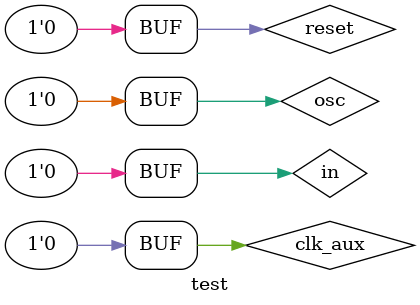
<source format=v>
`timescale 1ns / 1ps


module test;

	// Inputs
	reg osc;
	reg clk_aux;
	reg in;
	reg reset;

	// Outputs
	wire [2:0] past;
	wire out;
	wire [6:0] display;

	// Instantiate the Unit Under Test (UUT)
	SR_MOORE_BOARD_display uut (
		.osc(osc), 
		.clk_aux(clk_aux), 
		.in(in), 
		.reset(reset), 
		.past(past), 
		.out(out), 
		.display(display)
	);

	initial begin
		// Initialize Inputs
		osc = 0;
		clk_aux = 0;
		in = 0;
		reset = 0;

		// Wait 100 ns for global reset to finish
		#5; in=0; #20 in=1;
		#20; in=0; #20 in=1;
		#20; in=1; #20 in=1;
		#20; in=0; #20 in=1;
		#20; in=0; #20 in=0;
		#20; in=1; #20 in=0;
		#20; reset=1; #20 reset=0;
		#20; in=0; #20 in=1; #20 in=0;
	end
		always begin
			#1 osc=1;
			#1 osc=0;
		end
		
		always begin
			#15 clk_aux=1;
			#15 clk_aux=0;
		end

      
endmodule


</source>
